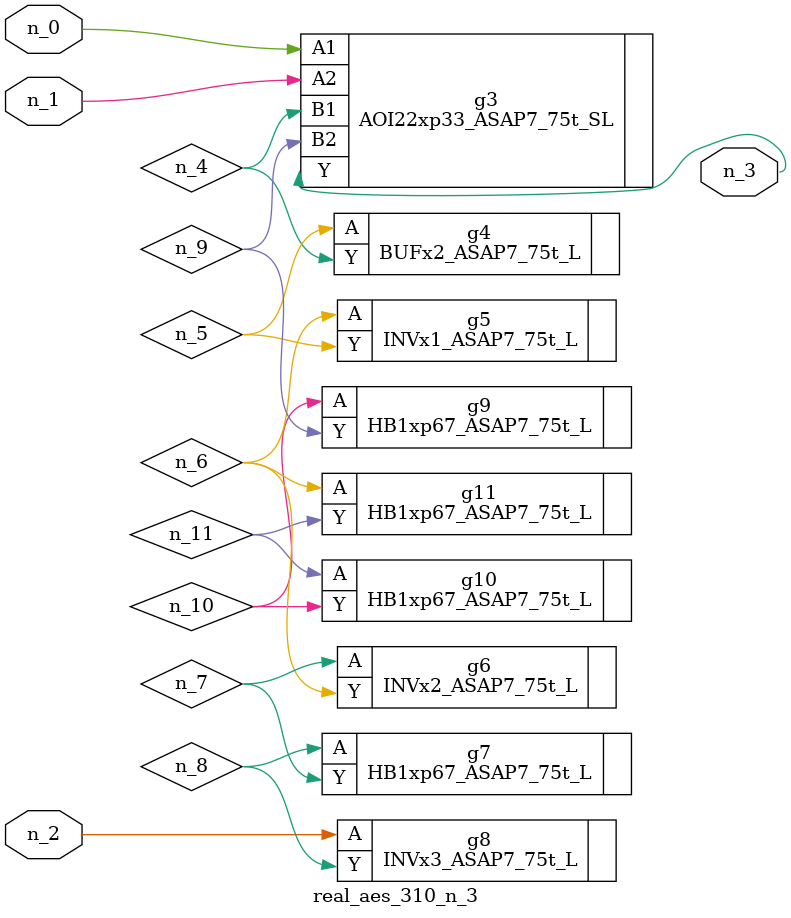
<source format=v>
module real_aes_310_n_3 (n_0, n_2, n_1, n_3);
input n_0;
input n_2;
input n_1;
output n_3;
wire n_4;
wire n_5;
wire n_7;
wire n_9;
wire n_6;
wire n_8;
wire n_10;
wire n_11;
AOI22xp33_ASAP7_75t_SL g3 ( .A1(n_0), .A2(n_1), .B1(n_4), .B2(n_9), .Y(n_3) );
INVx3_ASAP7_75t_L g8 ( .A(n_2), .Y(n_8) );
BUFx2_ASAP7_75t_L g4 ( .A(n_5), .Y(n_4) );
INVx1_ASAP7_75t_L g5 ( .A(n_6), .Y(n_5) );
HB1xp67_ASAP7_75t_L g11 ( .A(n_6), .Y(n_11) );
INVx2_ASAP7_75t_L g6 ( .A(n_7), .Y(n_6) );
HB1xp67_ASAP7_75t_L g7 ( .A(n_8), .Y(n_7) );
HB1xp67_ASAP7_75t_L g9 ( .A(n_10), .Y(n_9) );
HB1xp67_ASAP7_75t_L g10 ( .A(n_11), .Y(n_10) );
endmodule
</source>
